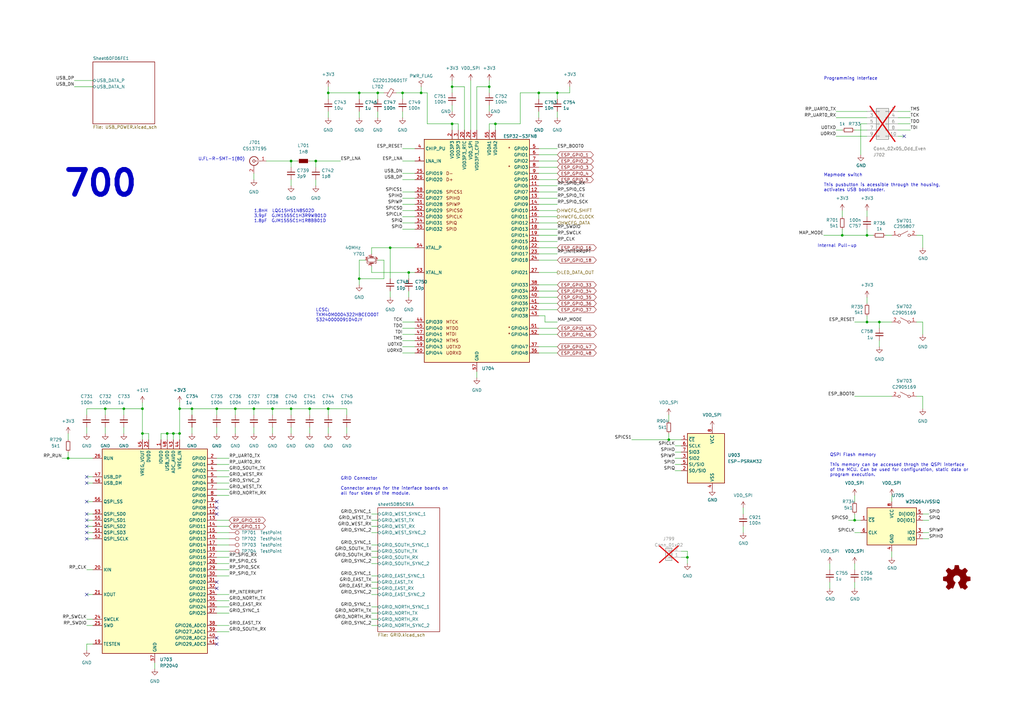
<source format=kicad_sch>
(kicad_sch (version 20231120) (generator "eeschema") (generator_version "8.0")
  (paper "A3")
  (junction (at 88.9 167.64))
  (junction (at 129.54 66.04))
  (junction (at 220.98 38.1))
  (junction (at 71.12 177.8))
  (junction (at 147.32 38.1))
  (junction (at 58.42 177.8))
  (junction (at 274.32 180.34))
  (junction (at 172.72 38.1))
  (junction (at 167.64 111.76))
  (junction (at 73.66 177.8))
  (junction (at 147.32 114.3))
  (junction (at 127 167.64))
  (junction (at 73.66 167.64))
  (junction (at 27.94 187.96))
  (junction (at 185.42 50.8))
  (junction (at 350.52 213.36))
  (junction (at 154.94 38.1))
  (junction (at 160.02 101.6))
  (junction (at 355.6 132.08))
  (junction (at 134.62 167.64))
  (junction (at 50.8 167.64))
  (junction (at 119.38 167.64))
  (junction (at 200.66 35.56))
  (junction (at 68.58 177.8))
  (junction (at 96.52 167.64))
  (junction (at 111.76 167.64))
  (junction (at 43.18 167.64))
  (junction (at 104.14 167.64))
  (junction (at 228.6 38.1))
  (junction (at 134.62 38.1))
  (junction (at 58.42 167.64))
  (junction (at 203.2 50.8))
  (junction (at 185.42 35.56))
  (junction (at 78.74 167.64))
  (junction (at 355.6 96.52))
  (junction (at 360.68 132.08))
  (junction (at 345.44 96.52))
  (junction (at 281.94 228.6))
  (junction (at 119.38 66.04))
  (junction (at 165.1 38.1))
  (no_connect (at 370.84 55.88))
  (no_connect (at 35.56 210.82))
  (no_connect (at 35.56 205.74))
  (no_connect (at 35.56 213.36))
  (no_connect (at 35.56 243.84))
  (no_connect (at 35.56 220.98))
  (no_connect (at 35.56 215.9))
  (no_connect (at 35.56 218.44))
  (no_connect (at 35.56 198.12))
  (no_connect (at 35.56 195.58))
  (no_connect (at 88.9 264.16))
  (no_connect (at 88.9 261.62))
  (no_connect (at 88.9 238.76))
  (no_connect (at 88.9 241.3))
  (no_connect (at 88.9 210.82))
  (no_connect (at 88.9 208.28))
  (no_connect (at 88.9 205.74))
  (wire (pts (xy 73.66 167.64) (xy 78.74 167.64)))
  (wire (pts (xy 355.6 121.92) (xy 355.6 124.46)))
  (wire (pts (xy 35.56 198.12) (xy 38.1 198.12)))
  (wire (pts (xy 88.9 218.44) (xy 93.98 218.44)))
  (wire (pts (xy 213.36 38.1) (xy 220.98 38.1)))
  (wire (pts (xy 119.38 175.26) (xy 119.38 177.8)))
  (wire (pts (xy 58.42 180.34) (xy 58.42 177.8)))
  (wire (pts (xy 27.94 187.96) (xy 38.1 187.96)))
  (wire (pts (xy 165.1 93.98) (xy 170.18 93.98)))
  (wire (pts (xy 203.2 50.8) (xy 203.2 53.34)))
  (wire (pts (xy 360.68 139.7) (xy 360.68 142.24)))
  (wire (pts (xy 167.64 111.76) (xy 167.64 114.3)))
  (wire (pts (xy 228.6 38.1) (xy 220.98 38.1)))
  (wire (pts (xy 73.66 180.34) (xy 73.66 177.8)))
  (wire (pts (xy 154.94 228.6) (xy 152.4 228.6)))
  (wire (pts (xy 127 175.26) (xy 127 177.8)))
  (wire (pts (xy 350.52 162.56) (xy 365.76 162.56)))
  (wire (pts (xy 58.42 177.8) (xy 58.42 167.64)))
  (wire (pts (xy 88.9 231.14) (xy 93.98 231.14)))
  (wire (pts (xy 355.6 93.98) (xy 355.6 96.52)))
  (wire (pts (xy 147.32 38.1) (xy 154.94 38.1)))
  (wire (pts (xy 104.14 175.26) (xy 104.14 177.8)))
  (wire (pts (xy 360.68 132.08) (xy 355.6 132.08)))
  (wire (pts (xy 165.1 137.16) (xy 170.18 137.16)))
  (wire (pts (xy 43.18 167.64) (xy 50.8 167.64)))
  (wire (pts (xy 63.5 271.78) (xy 63.5 274.32)))
  (wire (pts (xy 88.9 226.06) (xy 93.98 226.06)))
  (wire (pts (xy 345.44 53.34) (xy 342.9 53.34)))
  (wire (pts (xy 233.68 35.56) (xy 233.68 38.1)))
  (wire (pts (xy 96.52 170.18) (xy 96.52 167.64)))
  (wire (pts (xy 220.98 106.68) (xy 228.6 106.68)))
  (wire (pts (xy 154.94 218.44) (xy 152.4 218.44)))
  (wire (pts (xy 152.4 104.14) (xy 152.4 101.6)))
  (wire (pts (xy 88.9 220.98) (xy 93.98 220.98)))
  (wire (pts (xy 220.98 63.5) (xy 228.6 63.5)))
  (wire (pts (xy 134.62 45.72) (xy 134.62 48.26)))
  (wire (pts (xy 220.98 119.38) (xy 228.6 119.38)))
  (wire (pts (xy 154.94 106.68) (xy 157.48 106.68)))
  (wire (pts (xy 203.2 50.8) (xy 213.36 50.8)))
  (wire (pts (xy 165.1 86.36) (xy 170.18 86.36)))
  (wire (pts (xy 160.02 101.6) (xy 170.18 101.6)))
  (wire (pts (xy 35.56 195.58) (xy 38.1 195.58)))
  (wire (pts (xy 88.9 246.38) (xy 93.98 246.38)))
  (wire (pts (xy 152.4 111.76) (xy 167.64 111.76)))
  (wire (pts (xy 274.32 180.34) (xy 279.4 180.34)))
  (wire (pts (xy 279.4 228.6) (xy 281.94 228.6)))
  (wire (pts (xy 134.62 175.26) (xy 134.62 177.8)))
  (wire (pts (xy 353.06 50.8) (xy 353.06 63.5)))
  (wire (pts (xy 96.52 175.26) (xy 96.52 177.8)))
  (wire (pts (xy 88.9 248.92) (xy 93.98 248.92)))
  (wire (pts (xy 355.6 86.36) (xy 355.6 88.9)))
  (wire (pts (xy 365.76 203.2) (xy 365.76 205.74)))
  (wire (pts (xy 35.56 210.82) (xy 38.1 210.82)))
  (wire (pts (xy 165.1 38.1) (xy 172.72 38.1)))
  (wire (pts (xy 220.98 144.78) (xy 228.6 144.78)))
  (wire (pts (xy 350.52 203.2) (xy 350.52 205.74)))
  (wire (pts (xy 88.9 187.96) (xy 93.98 187.96)))
  (wire (pts (xy 378.46 162.56) (xy 375.92 162.56)))
  (wire (pts (xy 220.98 88.9) (xy 228.6 88.9)))
  (wire (pts (xy 35.56 220.98) (xy 38.1 220.98)))
  (wire (pts (xy 220.98 101.6) (xy 228.6 101.6)))
  (wire (pts (xy 378.46 218.44) (xy 381 218.44)))
  (wire (pts (xy 154.94 45.72) (xy 154.94 48.26)))
  (wire (pts (xy 35.56 213.36) (xy 38.1 213.36)))
  (wire (pts (xy 172.72 38.1) (xy 175.26 38.1)))
  (wire (pts (xy 88.9 259.08) (xy 93.98 259.08)))
  (wire (pts (xy 337.82 96.52) (xy 345.44 96.52)))
  (wire (pts (xy 35.56 233.68) (xy 38.1 233.68)))
  (wire (pts (xy 195.58 35.56) (xy 195.58 53.34)))
  (wire (pts (xy 104.14 170.18) (xy 104.14 167.64)))
  (wire (pts (xy 165.1 83.82) (xy 170.18 83.82)))
  (wire (pts (xy 147.32 106.68) (xy 149.86 106.68)))
  (wire (pts (xy 220.98 129.54) (xy 223.52 129.54)))
  (wire (pts (xy 88.9 223.52) (xy 93.98 223.52)))
  (wire (pts (xy 167.64 119.38) (xy 167.64 121.92)))
  (wire (pts (xy 68.58 177.8) (xy 71.12 177.8)))
  (wire (pts (xy 187.96 53.34) (xy 187.96 50.8)))
  (wire (pts (xy 304.8 218.44) (xy 304.8 215.9)))
  (wire (pts (xy 345.44 93.98) (xy 345.44 96.52)))
  (wire (pts (xy 350.52 231.14) (xy 350.52 233.68)))
  (wire (pts (xy 154.94 223.52) (xy 152.4 223.52)))
  (wire (pts (xy 172.72 35.56) (xy 172.72 38.1)))
  (wire (pts (xy 88.9 200.66) (xy 93.98 200.66)))
  (wire (pts (xy 378.46 96.52) (xy 378.46 101.6)))
  (wire (pts (xy 165.1 142.24) (xy 170.18 142.24)))
  (wire (pts (xy 88.9 213.36) (xy 93.98 213.36)))
  (wire (pts (xy 223.52 132.08) (xy 228.6 132.08)))
  (wire (pts (xy 111.76 167.64) (xy 119.38 167.64)))
  (wire (pts (xy 152.4 101.6) (xy 160.02 101.6)))
  (wire (pts (xy 35.56 175.26) (xy 35.56 177.8)))
  (wire (pts (xy 165.1 91.44) (xy 170.18 91.44)))
  (wire (pts (xy 154.94 241.3) (xy 152.4 241.3)))
  (wire (pts (xy 58.42 165.1) (xy 58.42 167.64)))
  (wire (pts (xy 228.6 60.96) (xy 220.98 60.96)))
  (wire (pts (xy 147.32 114.3) (xy 147.32 116.84)))
  (wire (pts (xy 134.62 167.64) (xy 142.24 167.64)))
  (wire (pts (xy 220.98 83.82) (xy 228.6 83.82)))
  (wire (pts (xy 109.22 66.04) (xy 119.38 66.04)))
  (wire (pts (xy 165.1 144.78) (xy 170.18 144.78)))
  (wire (pts (xy 88.9 198.12) (xy 93.98 198.12)))
  (wire (pts (xy 279.4 185.42) (xy 276.86 185.42)))
  (wire (pts (xy 350.52 213.36) (xy 347.98 213.36)))
  (wire (pts (xy 88.9 228.6) (xy 93.98 228.6)))
  (wire (pts (xy 35.56 256.54) (xy 38.1 256.54)))
  (wire (pts (xy 375.92 96.52) (xy 378.46 96.52)))
  (wire (pts (xy 350.52 132.08) (xy 355.6 132.08)))
  (wire (pts (xy 213.36 38.1) (xy 213.36 50.8)))
  (wire (pts (xy 88.9 170.18) (xy 88.9 167.64)))
  (wire (pts (xy 378.46 210.82) (xy 381 210.82)))
  (wire (pts (xy 281.94 226.06) (xy 279.4 226.06)))
  (wire (pts (xy 73.66 177.8) (xy 73.66 167.64)))
  (wire (pts (xy 165.1 81.28) (xy 170.18 81.28)))
  (wire (pts (xy 154.94 213.36) (xy 152.4 213.36)))
  (wire (pts (xy 355.6 129.54) (xy 355.6 132.08)))
  (wire (pts (xy 228.6 45.72) (xy 228.6 48.26)))
  (wire (pts (xy 353.06 218.44) (xy 350.52 218.44)))
  (wire (pts (xy 165.1 45.72) (xy 165.1 48.26)))
  (wire (pts (xy 190.5 35.56) (xy 190.5 53.34)))
  (wire (pts (xy 368.3 45.72) (xy 373.38 45.72)))
  (wire (pts (xy 185.42 35.56) (xy 185.42 38.1)))
  (wire (pts (xy 279.4 187.96) (xy 276.86 187.96)))
  (wire (pts (xy 88.9 251.46) (xy 93.98 251.46)))
  (wire (pts (xy 370.84 55.88) (xy 368.3 55.88)))
  (wire (pts (xy 35.56 254) (xy 38.1 254)))
  (wire (pts (xy 165.1 60.96) (xy 170.18 60.96)))
  (wire (pts (xy 142.24 175.26) (xy 142.24 177.8)))
  (wire (pts (xy 43.18 170.18) (xy 43.18 167.64)))
  (wire (pts (xy 88.9 203.2) (xy 93.98 203.2)))
  (wire (pts (xy 129.54 66.04) (xy 127 66.04)))
  (wire (pts (xy 200.66 50.8) (xy 203.2 50.8)))
  (wire (pts (xy 111.76 175.26) (xy 111.76 177.8)))
  (wire (pts (xy 200.66 50.8) (xy 200.66 53.34)))
  (wire (pts (xy 119.38 66.04) (xy 121.92 66.04)))
  (wire (pts (xy 154.94 226.06) (xy 152.4 226.06)))
  (wire (pts (xy 160.02 119.38) (xy 160.02 121.92)))
  (wire (pts (xy 88.9 243.84) (xy 93.98 243.84)))
  (wire (pts (xy 88.9 256.54) (xy 93.98 256.54)))
  (wire (pts (xy 355.6 53.34) (xy 350.52 53.34)))
  (wire (pts (xy 154.94 238.76) (xy 152.4 238.76)))
  (wire (pts (xy 165.1 134.62) (xy 170.18 134.62)))
  (wire (pts (xy 154.94 231.14) (xy 152.4 231.14)))
  (wire (pts (xy 378.46 167.64) (xy 378.46 162.56)))
  (wire (pts (xy 88.9 175.26) (xy 88.9 177.8)))
  (wire (pts (xy 147.32 38.1) (xy 147.32 40.64)))
  (wire (pts (xy 281.94 228.6) (xy 281.94 226.06)))
  (wire (pts (xy 185.42 43.18) (xy 185.42 45.72)))
  (wire (pts (xy 119.38 170.18) (xy 119.38 167.64)))
  (wire (pts (xy 104.14 71.12) (xy 104.14 73.66)))
  (wire (pts (xy 68.58 177.8) (xy 68.58 180.34)))
  (wire (pts (xy 35.56 170.18) (xy 35.56 167.64)))
  (wire (pts (xy 154.94 40.64) (xy 154.94 38.1)))
  (wire (pts (xy 185.42 50.8) (xy 175.26 50.8)))
  (wire (pts (xy 368.3 50.8) (xy 373.38 50.8)))
  (wire (pts (xy 279.4 182.88) (xy 276.86 182.88)))
  (wire (pts (xy 220.98 137.16) (xy 228.6 137.16)))
  (wire (pts (xy 165.1 139.7) (xy 170.18 139.7)))
  (wire (pts (xy 154.94 243.84) (xy 152.4 243.84)))
  (wire (pts (xy 274.32 170.18) (xy 274.32 172.72)))
  (wire (pts (xy 71.12 177.8) (xy 71.12 180.34)))
  (wire (pts (xy 342.9 48.26) (xy 355.6 48.26)))
  (wire (pts (xy 88.9 233.68) (xy 93.98 233.68)))
  (wire (pts (xy 378.46 132.08) (xy 375.92 132.08)))
  (wire (pts (xy 154.94 236.22) (xy 152.4 236.22)))
  (wire (pts (xy 233.68 38.1) (xy 228.6 38.1)))
  (wire (pts (xy 35.56 167.64) (xy 43.18 167.64)))
  (wire (pts (xy 88.9 190.5) (xy 93.98 190.5)))
  (wire (pts (xy 342.9 45.72) (xy 355.6 45.72)))
  (wire (pts (xy 340.36 241.3) (xy 340.36 238.76)))
  (wire (pts (xy 60.96 180.34) (xy 60.96 177.8)))
  (wire (pts (xy 281.94 231.14) (xy 281.94 228.6)))
  (wire (pts (xy 96.52 167.64) (xy 104.14 167.64)))
  (wire (pts (xy 104.14 167.64) (xy 111.76 167.64)))
  (wire (pts (xy 27.94 185.42) (xy 27.94 187.96)))
  (wire (pts (xy 190.5 35.56) (xy 185.42 35.56)))
  (wire (pts (xy 220.98 38.1) (xy 220.98 40.64)))
  (wire (pts (xy 340.36 231.14) (xy 340.36 233.68)))
  (wire (pts (xy 35.56 215.9) (xy 38.1 215.9)))
  (wire (pts (xy 43.18 175.26) (xy 43.18 177.8)))
  (wire (pts (xy 165.1 88.9) (xy 170.18 88.9)))
  (wire (pts (xy 35.56 264.16) (xy 35.56 266.7)))
  (wire (pts (xy 127 167.64) (xy 134.62 167.64)))
  (wire (pts (xy 200.66 35.56) (xy 200.66 38.1)))
  (wire (pts (xy 154.94 256.54) (xy 152.4 256.54)))
  (wire (pts (xy 170.18 71.12) (xy 165.1 71.12)))
  (wire (pts (xy 152.4 210.82) (xy 154.94 210.82)))
  (wire (pts (xy 220.98 127) (xy 228.6 127)))
  (wire (pts (xy 152.4 111.76) (xy 152.4 109.22)))
  (wire (pts (xy 220.98 78.74) (xy 228.6 78.74)))
  (wire (pts (xy 147.32 45.72) (xy 147.32 48.26)))
  (wire (pts (xy 365.76 228.6) (xy 365.76 226.06)))
  (wire (pts (xy 220.98 93.98) (xy 228.6 93.98)))
  (wire (pts (xy 185.42 33.02) (xy 185.42 35.56)))
  (wire (pts (xy 134.62 170.18) (xy 134.62 167.64)))
  (wire (pts (xy 345.44 96.52) (xy 355.6 96.52)))
  (wire (pts (xy 154.94 248.92) (xy 152.4 248.92)))
  (wire (pts (xy 154.94 251.46) (xy 152.4 251.46)))
  (wire (pts (xy 279.4 190.5) (xy 276.86 190.5)))
  (wire (pts (xy 50.8 167.64) (xy 58.42 167.64)))
  (wire (pts (xy 142.24 170.18) (xy 142.24 167.64)))
  (wire (pts (xy 220.98 71.12) (xy 228.6 71.12)))
  (wire (pts (xy 88.9 167.64) (xy 96.52 167.64)))
  (wire (pts (xy 378.46 213.36) (xy 381 213.36)))
  (wire (pts (xy 88.9 236.22) (xy 93.98 236.22)))
  (wire (pts (xy 165.1 78.74) (xy 170.18 78.74)))
  (wire (pts (xy 175.26 38.1) (xy 175.26 50.8)))
  (wire (pts (xy 35.56 243.84) (xy 38.1 243.84)))
  (wire (pts (xy 195.58 35.56) (xy 200.66 35.56)))
  (wire (pts (xy 88.9 193.04) (xy 93.98 193.04)))
  (wire (pts (xy 193.04 33.02) (xy 193.04 53.34)))
  (wire (pts (xy 220.98 134.62) (xy 228.6 134.62)))
  (wire (pts (xy 378.46 220.98) (xy 381 220.98)))
  (wire (pts (xy 129.54 66.04) (xy 139.7 66.04)))
  (wire (pts (xy 220.98 81.28) (xy 228.6 81.28)))
  (wire (pts (xy 353.06 50.8) (xy 355.6 50.8)))
  (wire (pts (xy 25.4 187.96) (xy 27.94 187.96)))
  (wire (pts (xy 119.38 66.04) (xy 119.38 68.58)))
  (wire (pts (xy 228.6 38.1) (xy 228.6 40.64)))
  (wire (pts (xy 373.38 48.26) (xy 368.3 48.26)))
  (wire (pts (xy 50.8 167.64) (xy 50.8 170.18)))
  (wire (pts (xy 170.18 73.66) (xy 165.1 73.66)))
  (wire (pts (xy 157.48 114.3) (xy 147.32 114.3)))
  (wire (pts (xy 147.32 114.3) (xy 147.32 106.68)))
  (wire (pts (xy 129.54 68.58) (xy 129.54 66.04)))
  (wire (pts (xy 35.56 205.74) (xy 38.1 205.74)))
  (wire (pts (xy 160.02 101.6) (xy 160.02 114.3)))
  (wire (pts (xy 220.98 86.36) (xy 228.6 86.36)))
  (wire (pts (xy 373.38 53.34) (xy 368.3 53.34)))
  (wire (pts (xy 78.74 175.26) (xy 78.74 177.8)))
  (wire (pts (xy 220.98 116.84) (xy 228.6 116.84)))
  (wire (pts (xy 71.12 177.8) (xy 73.66 177.8)))
  (wire (pts (xy 220.98 68.58) (xy 228.6 68.58)))
  (wire (pts (xy 345.44 86.36) (xy 345.44 88.9)))
  (wire (pts (xy 134.62 35.56) (xy 134.62 38.1)))
  (wire (pts (xy 350.52 241.3) (xy 350.52 238.76)))
  (wire (pts (xy 200.66 33.02) (xy 200.66 35.56)))
  (wire (pts (xy 220.98 96.52) (xy 228.6 96.52)))
  (wire (pts (xy 195.58 152.4) (xy 195.58 154.94)))
  (wire (pts (xy 365.76 132.08) (xy 360.68 132.08)))
  (wire (pts (xy 38.1 33.02) (xy 30.48 33.02)))
  (wire (pts (xy 220.98 111.76) (xy 228.6 111.76)))
  (wire (pts (xy 78.74 167.64) (xy 88.9 167.64)))
  (wire (pts (xy 127 170.18) (xy 127 167.64)))
  (wire (pts (xy 119.38 73.66) (xy 119.38 76.2)))
  (wire (pts (xy 165.1 66.04) (xy 170.18 66.04)))
  (wire (pts (xy 220.98 142.24) (xy 228.6 142.24)))
  (wire (pts (xy 355.6 96.52) (xy 358.14 96.52)))
  (wire (pts (xy 304.8 208.28) (xy 304.8 210.82)))
  (wire (pts (xy 88.9 195.58) (xy 93.98 195.58)))
  (wire (pts (xy 60.96 177.8) (xy 58.42 177.8)))
  (wire (pts (xy 50.8 175.26) (xy 50.8 177.8)))
  (wire (pts (xy 187.96 50.8) (xy 185.42 50.8)))
  (wire (pts (xy 154.94 38.1) (xy 157.48 38.1)))
  (wire (pts (xy 165.1 38.1) (xy 165.1 40.64)))
  (wire (pts (xy 78.74 167.64) (xy 78.74 170.18)))
  (wire (pts (xy 279.4 193.04) (xy 276.86 193.04)))
  (wire (pts (xy 157.48 106.68) (xy 157.48 114.3)))
  (wire (pts (xy 220.98 73.66) (xy 228.6 73.66)))
  (wire (pts (xy 220.98 99.06) (xy 228.6 99.06)))
  (wire (pts (xy 27.94 177.8) (xy 27.94 180.34)))
  (wire (pts (xy 167.64 111.76) (xy 170.18 111.76)))
  (wire (pts (xy 111.76 170.18) (xy 111.76 167.64)))
  (wire (pts (xy 220.98 45.72) (xy 220.98 48.26)))
  (wire (pts (xy 220.98 124.46) (xy 228.6 124.46)))
  (wire (pts (xy 66.04 180.34) (xy 66.04 177.8)))
  (wire (pts (xy 129.54 73.66) (xy 129.54 76.2)))
  (wire (pts (xy 152.4 215.9) (xy 154.94 215.9)))
  (wire (pts (xy 259.08 180.34) (xy 274.32 180.34)))
  (wire (pts (xy 35.56 218.44) (xy 38.1 218.44)))
  (wire (pts (xy 119.38 167.64) (xy 127 167.64)))
  (wire (pts (xy 30.48 35.56) (xy 38.1 35.56)))
  (wire (pts (xy 220.98 66.04) (xy 228.6 66.04)))
  (wire (pts (xy 220.98 91.44) (xy 228.6 91.44)))
  (wire (pts (xy 220.98 121.92) (xy 228.6 121.92)))
  (wire (pts (xy 353.06 213.36) (xy 350.52 213.36)))
  (wire (pts (xy 88.9 215.9) (xy 93.98 215.9)))
  (wire (pts (xy 154.94 254) (xy 152.4 254)))
  (wire (pts (xy 378.46 137.16) (xy 378.46 132.08)))
  (wire (pts (xy 73.66 165.1) (xy 73.66 167.64)))
  (wire (pts (xy 342.9 55.88) (xy 355.6 55.88)))
  (wire (pts (xy 162.56 38.1) (xy 165.1 38.1)))
  (wire (pts (xy 274.32 177.8) (xy 274.32 180.34)))
  (wire (pts (xy 200.66 43.18) (xy 200.66 45.72)))
  (wire (pts (xy 134.62 38.1) (xy 134.62 40.64)))
  (wire (pts (xy 185.42 50.8) (xy 185.42 53.34)))
  (wire (pts (xy 360.68 132.08) (xy 360.68 134.62)))
  (wire (pts (xy 350.52 210.82) (xy 350.52 213.36)))
  (wire (pts (xy 66.04 177.8) (xy 68.58 177.8)))
  (wire (pts (xy 35.56 264.16) (xy 38.1 264.16)))
  (wire (pts (xy 363.22 96.52) (xy 365.76 96.52)))
  (wire (pts (xy 165.1 132.08) (xy 170.18 132.08)))
  (wire (pts (xy 220.98 76.2) (xy 228.6 76.2)))
  (wire (pts (xy 220.98 104.14) (xy 228.6 104.14)))
  (wire (pts (xy 134.62 38.1) (xy 147.32 38.1)))
  (wire (pts (xy 223.52 129.54) (xy 223.52 132.08)))
  (text "Mapmode switch\n\nThis pusbutton is acessible through the housing, \nactivates USB bootloader." (at 337.82 78.74 0) (effects (font (size 1.27 1.27)) (justify left bottom)))
  (text "700" (at 25.4 81.28 0) (effects (font (size 10.16 10.16) (thickness 2.032) (bold yes)) (justify left bottom)))
  (text "LCSC:\nTXM40M0004322HBCEO00T\nS3240000091040JY" (at 129.54 132.08 0) (effects (font (size 1.27 1.27)) (justify left bottom)))
  (text "1.8nH  LQG15HS1N8S02D\n3.9pF  GJM1555C1H3R9WB01D\n1.8pF  GJM1555C1H1R8BB01D" (at 104.14 91.44 0) (effects (font (size 1.27 1.27)) (justify left bottom)))
  (text "QSPI Flash memory\n\nThis memory can be accessed throgh the QSPI interface\nof the MCU. Can be used for configuration, static data or\nprogram execution." (at 340.36 195.58 0) (effects (font (size 1.27 1.27)) (justify left bottom)))
  (text "Internal Pull-up" (at 335.28 101.6 0) (effects (font (size 1.27 1.27)) (justify left bottom)))
  (text "GRID Connector\n\nConnector arrays for the interface boards on \nall four sides of the module." (at 139.7 203.2 0) (effects (font (size 1.27 1.27)) (justify left bottom)))
  (text "U.FL-R-SMT-1(80) " (at 81.28 66.04 0) (effects (font (size 1.27 1.27)) (justify left bottom)))
  (text "Programming Interface\n" (at 337.82 33.02 0) (effects (font (size 1.27 1.27)) (justify left bottom)))
  (label "RP_SPI0_CS" (at 93.98 231.14 0))
  (label "GRID_SYNC_1" (at 152.4 223.52 180))
  (label "GRID_EAST_TX" (at 93.98 256.54 0))
  (label "RP_SPI0_RX" (at 93.98 228.6 0))
  (label "GRID_SOUTH_TX" (at 152.4 226.06 180))
  (label "SPICS0" (at 165.1 86.36 180))
  (label "GRID_SYNC_2" (at 152.4 218.44 180))
  (label "GRID_NORTH_TX" (at 93.98 246.38 0))
  (label "GRID_NORTH_TX" (at 152.4 251.46 180))
  (label "GRID_SYNC_2" (at 152.4 256.54 180))
  (label "MAP_MODE" (at 337.82 96.52 180))
  (label "U0TXD" (at 165.1 142.24 180))
  (label "SPICS0" (at 347.98 213.36 180))
  (label "TMS" (at 165.1 139.7 180))
  (label "TCK" (at 165.1 132.08 180))
  (label "GRID_NORTH_RX" (at 93.98 203.2 0))
  (label "RP_SWCLK" (at 35.56 254 180))
  (label "RP_SPI0_RX" (at 228.6 76.2 0))
  (label "GRID_SYNC_1" (at 152.4 210.82 180))
  (label "SPIQ" (at 165.1 91.44 180))
  (label "RP_SPI0_TX" (at 93.98 236.22 0))
  (label "GRID_SYNC_1" (at 152.4 236.22 180))
  (label "U0RXD" (at 165.1 144.78 180))
  (label "TDO" (at 165.1 134.62 180))
  (label "U0RXD" (at 342.9 55.88 180))
  (label "GRID_SOUTH_RX" (at 93.98 259.08 0))
  (label "GRID_SYNC_2" (at 152.4 243.84 180))
  (label "SPIQ" (at 381 213.36 0))
  (label "RP_SPI0_TX" (at 228.6 81.28 0))
  (label "GRID_WEST_RX" (at 152.4 215.9 180))
  (label "GRID_WEST_RX" (at 93.98 195.58 0))
  (label "RP_SWDIO" (at 228.6 93.98 0))
  (label "RP_SWDIO" (at 35.56 256.54 180))
  (label "RP_CLK" (at 35.56 233.68 180))
  (label "RP_SWCLK" (at 228.6 96.52 0))
  (label "RP_SPI0_SCK" (at 93.98 233.68 0))
  (label "RP_UART0_TX" (at 93.98 187.96 0))
  (label "SPID" (at 165.1 93.98 180))
  (label "U0TXD" (at 342.9 53.34 180))
  (label "SPID" (at 381 210.82 0))
  (label "ESP_BOOT0" (at 228.6 60.96 0))
  (label "TDO" (at 373.38 50.8 0))
  (label "TDI" (at 165.1 137.16 180))
  (label "GRID_WEST_TX" (at 93.98 200.66 0))
  (label "RP_INTERRUPT" (at 228.6 104.14 0))
  (label "RP_SPI0_SCK" (at 228.6 83.82 0))
  (label "SPICLK" (at 276.86 182.88 180))
  (label "GRID_EAST_RX" (at 93.98 248.92 0))
  (label "USB_DN" (at 165.1 71.12 180))
  (label "USB_DN" (at 30.48 35.56 180))
  (label "SPIHD" (at 276.86 185.42 180))
  (label "SPIHD" (at 165.1 81.28 180))
  (label "ESP_RESET" (at 165.1 60.96 180))
  (label "TMS" (at 373.38 45.72 0))
  (label "SPIHD" (at 381 220.98 0))
  (label "ESP_LNA" (at 139.7 66.04 0))
  (label "ESP_BOOT0" (at 350.52 162.56 180))
  (label "SPIQ" (at 276.86 193.04 180))
  (label "RP_UART0_TX" (at 342.9 45.72 180))
  (label "RP_INTERRUPT" (at 93.98 243.84 0))
  (label "GRID_EAST_RX" (at 152.4 241.3 180))
  (label "USB_DP" (at 165.1 73.66 180))
  (label "SPID" (at 276.86 190.5 180))
  (label "GRID_SOUTH_TX" (at 93.98 193.04 0))
  (label "GRID_EAST_TX" (at 152.4 238.76 180))
  (label "SPICLK" (at 350.52 218.44 180))
  (label "RP_SPI0_CS" (at 228.6 78.74 0))
  (label "RP_UART0_RX" (at 342.9 48.26 180))
  (label "TCK" (at 373.38 48.26 0))
  (label "RP_RUN" (at 25.4 187.96 180))
  (label "RP_CLK" (at 228.6 99.06 0))
  (label "TDI" (at 373.38 53.34 0))
  (label "GRID_SYNC_1" (at 93.98 251.46 0))
  (label "ESP_RESET" (at 350.52 132.08 180))
  (label "GRID_SOUTH_RX" (at 152.4 228.6 180))
  (label "SPIWP" (at 165.1 83.82 180))
  (label "SPIWP" (at 276.86 187.96 180))
  (label "MAP_MODE" (at 228.6 132.08 0))
  (label "USB_DP" (at 30.48 33.02 180))
  (label "SPICS1" (at 259.08 180.34 180))
  (label "SPICLK" (at 165.1 88.9 180))
  (label "ESP_LNA" (at 165.1 66.04 180))
  (label "GRID_SYNC_1" (at 152.4 248.92 180))
  (label "SPICS1" (at 165.1 78.74 180))
  (label "RP_UART0_RX" (at 93.98 190.5 0))
  (label "SPIWP" (at 381 218.44 0))
  (label "GRID_NORTH_RX" (at 152.4 254 180))
  (label "GRID_SYNC_2" (at 93.98 198.12 0))
  (label "GRID_SYNC_2" (at 152.4 231.14 180))
  (label "GRID_WEST_TX" (at 152.4 213.36 180))
  (global_label "ESP_GPIO_33" (shape bidirectional) (at 228.6 116.84 0) (property "Intersheetrefs" "${INTERSHEET_REFS}" (effects (hide yes))))
  (global_label "ESP_GPIO_16" (shape bidirectional) (at 228.6 101.6 0) (property "Intersheetrefs" "${INTERSHEET_REFS}" (effects (hide yes))))
  (global_label "ESP_GPIO_48" (shape bidirectional) (at 228.6 144.78 0) (property "Intersheetrefs" "${INTERSHEET_REFS}" (effects (hide yes))))
  (global_label "ESP_GPIO_2" (shape bidirectional) (at 228.6 66.04 0) (property "Intersheetrefs" "${INTERSHEET_REFS}" (effects (hide yes))))
  (global_label "ESP_GPIO_4" (shape bidirectional) (at 228.6 71.12 0) (property "Intersheetrefs" "${INTERSHEET_REFS}" (effects (hide yes))))
  (global_label "ESP_GPIO_1" (shape bidirectional) (at 228.6 63.5 0) (property "Intersheetrefs" "${INTERSHEET_REFS}" (effects (hide yes))))
  (global_label "ESP_GPIO_45" (shape bidirectional) (at 228.6 134.62 0) (property "Intersheetrefs" "${INTERSHEET_REFS}" (effects (hide yes))))
  (global_label "ESP_GPIO_36" (shape bidirectional) (at 228.6 124.46 0) (property "Intersheetrefs" "${INTERSHEET_REFS}" (effects (hide yes))))
  (global_label "ESP_GPIO_18" (shape bidirectional) (at 228.6 106.68 0) (property "Intersheetrefs" "${INTERSHEET_REFS}" (effects (hide yes))))
  (global_label "ESP_GPIO_5" (shape bidirectional) (at 228.6 73.66 0) (property "Intersheetrefs" "${INTERSHEET_REFS}" (effects (hide yes))))
  (global_label "RP_GPIO_10" (shape bidirectional) (at 93.98 213.36 0) (property "Intersheetrefs" "${INTERSHEET_REFS}" (effects (hide yes))))
  (global_label "ESP_GPIO_46" (shape bidirectional) (at 228.6 137.16 0) (property "Intersheetrefs" "${INTERSHEET_REFS}" (effects (hide yes))))
  (global_label "ESP_GPIO_35" (shape bidirectional) (at 228.6 121.92 0) (property "Intersheetrefs" "${INTERSHEET_REFS}" (effects (hide yes))))
  (global_label "ESP_GPIO_34" (shape bidirectional) (at 228.6 119.38 0) (property "Intersheetrefs" "${INTERSHEET_REFS}" (effects (hide yes))))
  (global_label "RP_GPIO_11" (shape bidirectional) (at 93.98 215.9 0) (property "Intersheetrefs" "${INTERSHEET_REFS}" (effects (hide yes))))
  (global_label "ESP_GPIO_3" (shape bidirectional) (at 228.6 68.58 0) (property "Intersheetrefs" "${INTERSHEET_REFS}" (effects (hide yes))))
  (global_label "ESP_GPIO_47" (shape bidirectional) (at 228.6 142.24 0) (property "Intersheetrefs" "${INTERSHEET_REFS}" (effects (hide yes))))
  (global_label "ESP_GPIO_37" (shape bidirectional) (at 228.6 127 0) (property "Intersheetrefs" "${INTERSHEET_REFS}" (effects (hide yes))))
  (hierarchical_label "HWCFG_CLOCK" (shape output) (at 228.6 88.9 0))
  (hierarchical_label "HWCFG_DATA" (shape input) (at 228.6 91.44 0))
  (hierarchical_label "HWCFG_SHIFT" (shape output) (at 228.6 86.36 0))
  (hierarchical_label "LED_DATA_OUT" (shape output) (at 228.6 111.76 0))
  (symbol (lib_id "suku_basics:U_FLASH_W25Q16JVSSIQ") (at 365.76 215.9 0) (unit 1)
    (property "Reference" "U705" (at 368.3 203.2 0))
    (property "Value" "W25Q64JVSSIQ" (at 378.46 205.74 0))
    (property "Footprint" "suku_basics:SOIC-8W_FLASH" (effects (hide yes)))
    (property "Datasheet" "http://www.winbond.com/resource-files/w25q32jv%20revg%2003272018%20plus.pdf" (effects (hide yes)))
  )
  (symbol (lib_id "suku_basics:CAP") (at 350.52 236.22 0) (unit 1)
    (property "Reference" "C756" (at 352.8568 235.0516 0) (effects (justify left)))
    (property "Value" "100n" (at 352.8568 237.363 0) (effects (justify left)))
    (property "Footprint" "suku_basics:CAP_0402" (effects (hide yes)))
  )
  (symbol (lib_id "power:GND") (at 365.76 228.6 0) (unit 1)
    (property "Reference" "#PWR0843" (effects (hide yes)))
    (property "Value" "GND" (at 365.887 232.9942 0))
  )
  (symbol (lib_id "power:GND") (at 350.52 241.3 0) (unit 1)
    (property "Reference" "#PWR0838" (effects (hide yes)))
    (property "Value" "GND" (at 350.647 245.6942 0))
  )
  (symbol (lib_id "Switch:SW_SPST") (at 370.84 96.52 0) (unit 1)
    (property "Reference" "SW701" (at 370.84 90.551 0))
    (property "Value" "C255807" (at 370.84 92.8624 0))
    (property "Footprint" "suku_basics:SW_HYP_MAPMODE" (effects (hide yes)))
  )
  (symbol (lib_id "suku_basics:RES") (at 360.68 96.52 270) (unit 1)
    (property "Reference" "R736" (at 360.68 91.5416 90))
    (property "Value" "1k" (at 360.68 93.853 90))
    (property "Footprint" "suku_basics:RES_0402" (effects (hide yes)))
  )
  (symbol (lib_id "power:GND") (at 378.46 101.6 0) (unit 1)
    (property "Reference" "#PWR0844" (effects (hide yes)))
    (property "Value" "GND" (at 378.587 105.9942 0))
  )
  (symbol (lib_id "suku_basics:CAP") (at 355.6 91.44 180) (unit 1)
    (property "Reference" "C757" (at 353.2632 92.6084 0) (effects (justify left)))
    (property "Value" "100n" (at 353.2632 90.297 0) (effects (justify left)))
    (property "Footprint" "suku_basics:CAP_0402" (effects (hide yes)))
  )
  (symbol (lib_id "Connector:TestPoint") (at 93.98 226.06 270) (unit 1)
    (property "Reference" "TP704" (at 99.06 226.06 90) (effects (justify left)))
    (property "Value" "TestPoint" (at 106.68 226.06 90) (effects (justify left)))
    (property "Footprint" "TestPoint:TestPoint_Pad_D1.0mm" (effects (hide yes)))
  )
  (symbol (lib_id "suku_basics:CAP") (at 142.24 172.72 0) (unit 1)
    (property "Reference" "C745" (at 139.7 162.56 0) (effects (justify left)))
    (property "Value" "100n" (at 139.7 165.1 0) (effects (justify left)))
    (property "Footprint" "suku_basics:CAP_0402" (effects (hide yes)))
  )
  (symbol (lib_id "suku_basics:CAP") (at 200.66 40.64 0) (unit 1)
    (property "Reference" "C752" (at 202.9968 39.4716 0) (effects (justify left)))
    (property "Value" "100n" (at 202.9968 41.783 0) (effects (justify left)))
    (property "Footprint" "suku_basics:CAP_0402" (effects (hide yes)))
  )
  (symbol (lib_id "power:GND") (at 63.5 274.32 0) (unit 1)
    (property "Reference" "#PWR0799" (effects (hide yes)))
    (property "Value" "GND" (at 63.5 279.4 0))
  )
  (symbol (lib_id "power:GND") (at 43.18 177.8 0) (unit 1)
    (property "Reference" "#PWR0796" (effects (hide yes)))
    (property "Value" "GND" (at 43.18 182.88 0))
  )
  (symbol (lib_id "power:+3V3") (at 355.6 121.92 0) (unit 1)
    (property "Reference" "#PWR0835" (effects (hide yes)))
    (property "Value" "+3V3" (at 355.6 116.84 0))
  )
  (symbol (lib_id "suku_basics:VDD_SPI") (at 365.76 203.2 0) (unit 1)
    (property "Reference" "#PWR0842" (effects (hide yes)))
    (property "Value" "VDD_SPI" (at 365.76 198.12 0))
  )
  (symbol (lib_id "suku_basics:CAP") (at 111.76 172.72 0) (unit 1)
    (property "Reference" "C738" (at 109.22 162.56 0) (effects (justify left)))
    (property "Value" "100n" (at 109.22 165.1 0) (effects (justify left)))
    (property "Footprint" "suku_basics:CAP_0402" (effects (hide yes)))
  )
  (symbol (lib_id "suku_basics:VDD_SPI") (at 274.32 170.18 0) (unit 1)
    (property "Reference" "#PWR0983" (effects (hide yes)))
    (property "Value" "VDD_SPI" (at 274.32 165.1 0))
  )
  (symbol (lib_id "suku_basics:RP2040") (at 63.5 226.06 0) (unit 1)
    (property "Reference" "U703" (at 65.5194 270.51 0) (effects (justify left)))
    (property "Value" "RP2040" (at 65.5194 273.05 0) (effects (justify left)))
    (property "Footprint" "suku_basics:RP2040_QFN-56-1EP_7x7mm_P0.4mm_EP3.2x3.2mm" (effects (hide yes)))
    (property "Datasheet" "https://datasheets.raspberrypi.com/rp2040/rp2040-datasheet.pdf" (effects (hide yes)))
  )
  (symbol (lib_id "power:GND") (at 292.1 200.66 0) (unit 1)
    (property "Reference" "#PWR0981" (effects (hide yes)))
    (property "Value" "GND" (at 292.227 205.0542 0))
  )
  (symbol (lib_id "power:GND") (at 195.58 154.94 0) (unit 1)
    (property "Reference" "#PWR0825" (effects (hide yes)))
    (property "Value" "GND" (at 195.58 160.02 0))
  )
  (symbol (lib_id "Connector:TestPoint") (at 93.98 223.52 270) (unit 1)
    (property "Reference" "TP703" (at 99.06 223.52 90) (effects (justify left)))
    (property "Value" "TestPoint" (at 106.68 223.52 90) (effects (justify left)))
    (property "Footprint" "TestPoint:TestPoint_Pad_D1.0mm" (effects (hide yes)))
  )
  (symbol (lib_id "suku_basics:CAP") (at 165.1 43.18 0) (unit 1)
    (property "Reference" "C749" (at 167.4368 42.0116 0) (effects (justify left)))
    (property "Value" "100n" (at 167.4368 44.323 0) (effects (justify left)))
    (property "Footprint" "suku_basics:CAP_0402" (effects (hide yes)))
  )
  (symbol (lib_id "power:GND") (at 35.56 266.7 0) (unit 1)
    (property "Reference" "#PWR0795" (effects (hide yes)))
    (property "Value" "GND" (at 35.56 271.78 0))
  )
  (symbol (lib_id "Switch:SW_SPST") (at 370.84 132.08 0) (mirror y) (unit 1)
    (property "Reference" "SW702" (at 370.84 125.73 0))
    (property "Value" "C2905169" (at 370.84 128.27 0))
    (property "Footprint" "Button_Switch_SMD:SW_SPST_CK_RS282G05A3" (effects (hide yes)))
  )
  (symbol (lib_id "suku_basics:CAP") (at 78.74 172.72 0) (unit 1)
    (property "Reference" "C734" (at 76.2 162.56 0) (effects (justify left)))
    (property "Value" "1u" (at 76.2 165.1 0) (effects (justify left)))
    (property "Footprint" "suku_basics:CAP_0402" (effects (hide yes)))
  )
  (symbol (lib_id "power:GND") (at 340.36 241.3 0) (unit 1)
    (property "Reference" "#PWR0834" (effects (hide yes)))
    (property "Value" "GND" (at 340.487 245.6942 0))
  )
  (symbol (lib_id "suku_basics:CAP") (at 35.56 172.72 0) (unit 1)
    (property "Reference" "C731" (at 33.02 162.56 0) (effects (justify left)))
    (property "Value" "100n" (at 33.02 165.1 0) (effects (justify left)))
    (property "Footprint" "suku_basics:CAP_0402" (effects (hide yes)))
  )
  (symbol (lib_id "suku_basics:VDD_SPI") (at 292.1 175.26 0) (unit 1)
    (property "Reference" "#PWR0982" (effects (hide yes)))
    (property "Value" "VDD_SPI" (at 292.1 170.18 0))
  )
  (symbol (lib_id "suku_basics:RES") (at 274.32 175.26 0) (unit 1)
    (property "Reference" "R904" (at 271.78 172.72 0))
    (property "Value" "5k1" (at 271.78 175.26 0))
    (property "Footprint" "suku_basics:RES_0402" (effects (hide yes)))
  )
  (symbol (lib_id "suku_basics:INDUCTOR") (at 124.46 66.04 90) (unit 1)
    (property "Reference" "L701" (at 124.46 59.69 90))
    (property "Value" "1n8" (at 124.46 62.23 90))
    (property "Footprint" "suku_basics:IND_0402" (effects (hide yes)))
  )
  (symbol (lib_id "suku_basics:CAP") (at 147.32 43.18 0) (unit 1)
    (property "Reference" "C746" (at 149.6568 42.0116 0) (effects (justify left)))
    (property "Value" "1u" (at 149.6568 44.323 0) (effects (justify left)))
    (property "Footprint" "suku_basics:CAP_0402" (effects (hide yes)))
  )
  (symbol (lib_id "power:GND") (at 134.62 177.8 0) (unit 1)
    (property "Reference" "#PWR0814" (effects (hide yes)))
    (property "Value" "GND" (at 134.62 182.88 0))
  )
  (symbol (lib_id "power:GND") (at 165.1 48.26 0) (unit 1)
    (property "Reference" "#PWR0820" (effects (hide yes)))
    (property "Value" "GND" (at 165.1 53.34 0))
  )
  (symbol (lib_id "power:GND") (at 104.14 177.8 0) (unit 1)
    (property "Reference" "#PWR0805" (effects (hide yes)))
    (property "Value" "GND" (at 104.14 182.88 0))
  )
  (symbol (lib_id "power:GND") (at 147.32 116.84 0) (unit 1)
    (property "Reference" "#PWR0817" (effects (hide yes)))
    (property "Value" "GND" (at 147.32 121.92 0))
  )
  (symbol (lib_id "suku_basics:OSHWA") (at 392.43 237.49 0) (unit 1) (in_bom no)
    (property "Reference" "LOGO701" (effects (hide yes)))
    (property "Value" "OSHWA" (effects (hide yes)))
    (property "Footprint" "suku_basics:OSHWA" (effects (hide yes)))
  )
  (symbol (lib_id "suku_basics:CAP") (at 119.38 172.72 0) (unit 1)
    (property "Reference" "C740" (at 116.84 162.56 0) (effects (justify left)))
    (property "Value" "100n" (at 116.84 165.1 0) (effects (justify left)))
    (property "Footprint" "suku_basics:CAP_0402" (effects (hide yes)))
  )
  (symbol (lib_id "power:GND") (at 78.74 177.8 0) (unit 1)
    (property "Reference" "#PWR0801" (effects (hide yes)))
    (property "Value" "GND" (at 78.74 182.88 0))
  )
  (symbol (lib_id "power:GND") (at 104.14 73.66 0) (unit 1)
    (property "Reference" "#PWR0804" (effects (hide yes)))
    (property "Value" "GND" (at 104.14 78.74 0))
  )
  (symbol (lib_id "power:GND") (at 200.66 45.72 0) (unit 1)
    (property "Reference" "#PWR0827" (effects (hide yes)))
    (property "Value" "GND" (at 203.2 45.72 0))
  )
  (symbol (lib_id "suku_basics:CAP") (at 167.64 116.84 0) (unit 1)
    (property "Reference" "C750" (at 170.18 115.5762 0) (effects (justify left)))
    (property "Value" "10p" (at 170.18 118.1162 0) (effects (justify left)))
    (property "Footprint" "suku_basics:CAP_0402" (effects (hide yes)))
  )
  (symbol (lib_id "suku_basics:ESP32_XTAL") (at 152.4 106.68 270) (unit 1)
    (property "Reference" "Y701" (at 147.32 104.14 90))
    (property "Value" "40MHz" (at 144.78 101.6 90))
    (property "Footprint" "Crystal:Crystal_SMD_Abracon_ABM8G-4Pin_3.2x2.5mm" (effects (hide yes)))
  )
  (symbol (lib_id "power:GND") (at 142.24 177.8 0) (unit 1)
    (property "Reference" "#PWR0815" (effects (hide yes)))
    (property "Value" "GND" (at 142.24 182.88 0))
  )
  (symbol (lib_id "power:GND") (at 353.06 63.5 0) (unit 1)
    (property "Reference" "#PWR0839" (effects (hide yes)))
    (property "Value" "GND" (at 353.187 67.8942 0))
  )
  (symbol (lib_id "suku_basics:CAP") (at 134.62 43.18 0) (unit 1)
    (property "Reference" "C743" (at 136.9568 42.0116 0) (effects (justify left)))
    (property "Value" "10u" (at 136.9568 44.323 0) (effects (justify left)))
    (property "Footprint" "suku_basics:CAP_0402" (effects (hide yes)))
  )
  (symbol (lib_id "Connector_Generic:Conn_02x05_Odd_Even") (at 360.68 50.8 0) (unit 1) (in_bom no) (dnp yes)
    (property "Reference" "J702" (at 358.14 63.5 0) (effects (justify left)))
    (property "Value" "Conn_02x05_Odd_Even" (at 358.14 60.96 0) (effects (justify left)))
    (property "Footprint" "Connector_PinHeader_1.27mm:PinHeader_2x05_P1.27mm_Vertical" (effects (hide yes)))
  )
  (symbol (lib_id "power:GND") (at 228.6 48.26 0) (unit 1)
    (property "Reference" "#PWR0829" (effects (hide yes)))
    (property "Value" "GND" (at 228.6 53.34 0))
  )
  (symbol (lib_id "power:GND") (at 147.32 48.26 0) (unit 1)
    (property "Reference" "#PWR0816" (effects (hide yes)))
    (property "Value" "GND" (at 147.32 53.34 0))
  )
  (symbol (lib_id "suku_basics:RES") (at 345.44 91.44 0) (mirror y) (unit 1)
    (property "Reference" "R701" (at 343.9414 90.2716 0) (effects (justify left)))
    (property "Value" "5k1" (at 343.9414 92.583 0) (effects (justify left)))
    (property "Footprint" "suku_basics:RES_0402" (effects (hide yes)))
  )
  (symbol (lib_id "power:+3V3") (at 355.6 86.36 0) (unit 1)
    (property "Reference" "#PWR0840" (effects (hide yes)))
    (property "Value" "+3V3" (at 355.6 81.28 0))
  )
  (symbol (lib_id "suku_basics:VDD_SPI") (at 350.52 203.2 0) (unit 1)
    (property "Reference" "#PWR0836" (effects (hide yes)))
    (property "Value" "VDD_SPI" (at 350.52 198.12 0))
  )
  (symbol (lib_id "suku_basics:CAP") (at 129.54 71.12 0) (unit 1)
    (property "Reference" "C742" (at 131.8768 69.9516 0) (effects (justify left)))
    (property "Value" "1p8" (at 131.8768 72.263 0) (effects (justify left)))
    (property "Footprint" "suku_basics:CAP_0402" (effects (hide yes)))
  )
  (symbol (lib_id "suku_basics:CAP") (at 88.9 172.72 0) (unit 1)
    (property "Reference" "C735" (at 86.36 162.56 0) (effects (justify left)))
    (property "Value" "100n" (at 86.36 165.1 0) (effects (justify left)))
    (property "Footprint" "suku_basics:CAP_0402" (effects (hide yes)))
  )
  (symbol (lib_id "Connector_Generic:Conn_01x02") (at 274.32 228.6 180) (unit 1) (in_bom no) (dnp yes)
    (property "Reference" "J799" (at 274.32 220.98 0))
    (property "Value" "Conn_01x02" (at 274.32 223.52 0))
    (property "Footprint" "suku_basics:OscilloscopeGround" (effects (hide yes)))
    (instances (project "PCBA-TEK1" (path "" (reference "J799") (unit 1))) (project "MIDI_Host" (path "" (reference "J3") (unit 1))))
  )
  (symbol (lib_id "suku_basics:CAP") (at 50.8 172.72 0) (unit 1)
    (property "Reference" "C733" (at 48.26 162.56 0) (effects (justify left)))
    (property "Value" "1u" (at 48.26 165.1 0) (effects (justify left)))
    (property "Footprint" "suku_basics:CAP_0402" (effects (hide yes)))
  )
  (symbol (lib_id "power:GND") (at 88.9 177.8 0) (unit 1)
    (property "Reference" "#PWR0802" (effects (hide yes)))
    (property "Value" "GND" (at 88.9 182.88 0))
  )
  (symbol (lib_id "power:+3V3") (at 73.66 165.1 0) (unit 1)
    (property "Reference" "#PWR0800" (effects (hide yes)))
    (property "Value" "+3V3" (at 73.66 160.02 0))
  )
  (symbol (lib_id "power:GND") (at 220.98 48.26 0) (unit 1)
    (property "Reference" "#PWR0828" (effects (hide yes)))
    (property "Value" "GND" (at 220.98 53.34 0))
  )
  (symbol (lib_id "power:+3V3") (at 27.94 177.8 0) (unit 1)
    (property "Reference" "#PWR0793" (effects (hide yes)))
    (property "Value" "+3V3" (at 27.94 172.72 0))
  )
  (symbol (lib_id "power:GND") (at 119.38 177.8 0) (unit 1)
    (property "Reference" "#PWR0809" (effects (hide yes)))
    (property "Value" "GND" (at 119.38 182.88 0))
  )
  (symbol (lib_id "power:GND") (at 378.46 137.16 0) (mirror y) (unit 1)
    (property "Reference" "#PWR0845" (effects (hide yes)))
    (property "Value" "GND" (at 378.46 142.24 0))
  )
  (symbol (lib_id "power:GND") (at 96.52 177.8 0) (unit 1)
    (property "Reference" "#PWR0803" (effects (hide yes)))
    (property "Value" "GND" (at 96.52 182.88 0))
  )
  (symbol (lib_id "suku_basics:CAP") (at 154.94 43.18 0) (unit 1)
    (property "Reference" "C747" (at 157.2768 42.0116 0) (effects (justify left)))
    (property "Value" "100n" (at 157.2768 44.323 0) (effects (justify left)))
    (property "Footprint" "suku_basics:CAP_0402" (effects (hide yes)))
  )
  (symbol (lib_id "suku_basics:CAP") (at 43.18 172.72 0) (unit 1)
    (property "Reference" "C732" (at 40.64 162.56 0) (effects (justify left)))
    (property "Value" "100n" (at 40.64 165.1 0) (effects (justify left)))
    (property "Footprint" "suku_basics:CAP_0402" (effects (hide yes)))
  )
  (symbol (lib_id "power:+3V3") (at 200.66 33.02 0) (unit 1)
    (property "Reference" "#PWR0826" (effects (hide yes)))
    (property "Value" "+3V3" (at 200.66 27.94 0))
  )
  (symbol (lib_id "power:GND") (at 127 177.8 0) (unit 1)
    (property "Reference" "#PWR0810" (effects (hide yes)))
    (property "Value" "GND" (at 127 182.88 0))
  )
  (symbol (lib_id "suku_basics:VDD_SPI") (at 193.04 33.02 0) (unit 1)
    (property "Reference" "#PWR0824" (effects (hide yes)))
    (property "Value" "VDD_SPI" (at 193.04 27.94 0))
  )
  (symbol (lib_id "Connector:TestPoint") (at 93.98 220.98 270) (unit 1)
    (property "Reference" "TP702" (at 99.06 220.98 90) (effects (justify left)))
    (property "Value" "TestPoint" (at 106.68 220.98 90) (effects (justify left)))
    (property "Footprint" "TestPoint:TestPoint_Pad_D1.0mm" (effects (hide yes)))
  )
  (symbol (lib_id "power:GND") (at 111.76 177.8 0) (unit 1)
    (property "Reference" "#PWR0806" (effects (hide yes)))
    (property "Value" "GND" (at 111.76 182.88 0))
  )
  (symbol (lib_id "suku_basics:VDD_SPI") (at 304.8 208.28 0) (unit 1)
    (property "Reference" "#PWR0979" (effects (hide yes)))
    (property "Value" "VDD_SPI" (at 304.8 203.2 0))
  )
  (symbol (lib_id "power:GND") (at 360.68 142.24 0) (mirror y) (unit 1)
    (property "Reference" "#PWR0841" (effects (hide yes)))
    (property "Value" "GND" (at 360.68 147.32 0))
  )
  (symbol (lib_id "power:GND") (at 304.8 218.44 0) (unit 1)
    (property "Reference" "#PWR0980" (effects (hide yes)))
    (property "Value" "GND" (at 304.927 222.8342 0))
  )
  (symbol (lib_id "power:GND") (at 50.8 177.8 0) (unit 1)
    (property "Reference" "#PWR0797" (effects (hide yes)))
    (property "Value" "GND" (at 50.8 182.88 0))
  )
  (symbol (lib_id "suku_basics:CAP") (at 104.14 172.72 0) (unit 1)
    (property "Reference" "C737" (at 101.6 162.56 0) (effects (justify left)))
    (property "Value" "100n" (at 101.6 165.1 0) (effects (justify left)))
    (property "Footprint" "suku_basics:CAP_0402" (effects (hide yes)))
  )
  (symbol (lib_id "power:GND") (at 281.94 231.14 0) (unit 1)
    (property "Reference" "#PWR0101" (effects (hide yes)))
    (property "Value" "GND" (at 281.94 236.22 0))
    (instances (project "PCBA-TEK1" (path "" (reference "#PWR0101") (unit 1))) (project "MIDI_Host" (path "" (reference "#PWR094") (unit 1))))
  )
  (symbol (lib_id "suku_basics:CAP") (at 360.68 137.16 0) (mirror y) (unit 1)
    (property "Reference" "C758" (at 358.14 135.8962 0) (effects (justify left)))
    (property "Value" "1u" (at 358.14 138.4362 0) (effects (justify left)))
    (property "Footprint" "suku_basics:CAP_0402" (effects (hide yes)))
  )
  (symbol (lib_id "suku_basics:CAP") (at 220.98 43.18 0) (unit 1)
    (property "Reference" "C753" (at 223.3168 42.0116 0) (effects (justify left)))
    (property "Value" "10n" (at 223.3168 44.323 0) (effects (justify left)))
    (property "Footprint" "suku_basics:CAP_0402" (effects (hide yes)))
  )
  (symbol (lib_id "power:GND") (at 160.02 121.92 0) (unit 1)
    (property "Reference" "#PWR0819" (effects (hide yes)))
    (property "Value" "GND" (at 160.02 127 0))
  )
  (symbol (lib_id "Connector:TestPoint") (at 93.98 218.44 270) (unit 1)
    (property "Reference" "TP701" (at 99.06 218.44 90) (effects (justify left)))
    (property "Value" "TestPoint" (at 106.68 218.44 90) (effects (justify left)))
    (property "Footprint" "TestPoint:TestPoint_Pad_D1.0mm" (effects (hide yes)))
  )
  (symbol (lib_id "suku_basics:FERRIT") (at 160.02 38.1 270) (unit 1)
    (property "Reference" "L702" (at 154.94 35.56 90))
    (property "Value" "GZ2012D601TF" (at 160.02 33.02 90))
    (property "Footprint" "suku_basics:FERRIT_0805" (effects (hide yes)))
  )
  (symbol (lib_id "suku_basics:CAP") (at 185.42 40.64 0) (mirror y) (unit 1)
    (property "Reference" "C751" (at 183.0832 39.4716 0) (effects (justify left)))
    (property "Value" "100n" (at 183.0832 41.783 0) (effects (justify left)))
    (property "Footprint" "suku_basics:CAP_0402" (effects (hide yes)))
  )
  (symbol (lib_id "suku_basics:CAP") (at 304.8 213.36 0) (unit 1)
    (property "Reference" "C921" (at 307.1368 212.1916 0) (effects (justify left)))
    (property "Value" "100n" (at 307.1368 214.503 0) (effects (justify left)))
    (property "Footprint" "suku_basics:CAP_0402" (effects (hide yes)))
  )
  (symbol (lib_id "power:GND") (at 154.94 48.26 0) (unit 1)
    (property "Reference" "#PWR0818" (effects (hide yes)))
    (property "Value" "GND" (at 154.94 53.34 0))
  )
  (symbol (lib_id "suku_basics:ESP32-S3") (at 195.58 99.06 0) (unit 1)
    (property "Reference" "U704" (at 197.5994 151.13 0) (effects (justify left)))
    (property "Value" "ESP32-S3FN8" (at 213.36 55.88 0))
    (property "Footprint" "suku_basics:QFN-56-1EP_7x7mm_P0.4mm_EP3.2x3.2mm" (effects (hide yes)))
    (property "Datasheet" "https://www.espressif.com/sites/default/files/documentation/esp32-s3_datasheet_en.pdf" (effects (hide yes)))
  )
  (symbol (lib_id "suku_basics:ESP-PSRAM") (at 289.56 187.96 0) (mirror y) (unit 1)
    (property "Reference" "U903" (at 298.45 186.69 0) (effects (justify right)))
    (property "Value" "ESP-PSRAM32" (at 298.45 189.23 0) (effects (justify right)))
    (property "Footprint" "Package_SO:SOIC-8_3.9x4.9mm_P1.27mm" (effects (hide yes)))
    (property "Datasheet" "https://www.espressif.com/sites/default/files/documentation/esp-psram32_datasheet_en.pdf" (effects (hide yes)))
  )
  (symbol (lib_id "suku_basics:VDD_SPI") (at 340.36 231.14 0) (unit 1)
    (property "Reference" "#PWR0833" (effects (hide yes)))
    (property "Value" "VDD_SPI" (at 340.36 226.06 0))
  )
  (symbol (lib_id "power:GND") (at 35.56 177.8 0) (unit 1)
    (property "Reference" "#PWR0794" (effects (hide yes)))
    (property "Value" "GND" (at 35.56 182.88 0))
  )
  (symbol (lib_id "suku_basics:CAP") (at 340.36 236.22 0) (unit 1)
    (property "Reference" "C755" (at 342.6968 235.0516 0) (effects (justify left)))
    (property "Value" "1u" (at 342.6968 237.363 0) (effects (justify left)))
    (property "Footprint" "suku_basics:CAP_0402" (effects (hide yes)))
  )
  (symbol (lib_id "suku_basics:RES") (at 350.52 208.28 0) (unit 1)
    (property "Reference" "R734" (at 347.98 205.74 0))
    (property "Value" "5k1" (at 347.98 208.28 0))
    (property "Footprint" "suku_basics:RES_0402" (effects (hide yes)))
  )
  (symbol (lib_id "power:GND") (at 378.46 167.64 0) (mirror y) (unit 1)
    (property "Reference" "#PWR0846" (effects (hide yes)))
    (property "Value" "GND" (at 378.46 172.72 0))
  )
  (symbol (lib_id "power:+3V3") (at 345.44 86.36 0) (unit 1)
    (property "Reference" "#PWR01105" (effects (hide yes)))
    (property "Value" "+3V3" (at 345.44 81.28 0))
  )
  (symbol (lib_id "suku_basics:CAP") (at 160.02 116.84 0) (unit 1)
    (property "Reference" "C748" (at 162.56 115.5762 0) (effects (justify left)))
    (property "Value" "10p" (at 162.56 118.1162 0) (effects (justify left)))
    (property "Footprint" "suku_basics:CAP_0402" (effects (hide yes)))
  )
  (symbol (lib_id "power:GND") (at 167.64 121.92 0) (unit 1)
    (property "Reference" "#PWR0821" (effects (hide yes)))
    (property "Value" "GND" (at 167.64 127 0))
  )
  (symbol (lib_id "suku_basics:VDD_SPI") (at 350.52 231.14 0) (unit 1)
    (property "Reference" "#PWR0837" (effects (hide yes)))
    (property "Value" "VDD_SPI" (at 350.52 226.06 0))
  )
  (symbol (lib_id "Switch:SW_SPST") (at 370.84 162.56 0) (mirror y) (unit 1)
    (property "Reference" "SW703" (at 370.84 156.21 0))
    (property "Value" "C2905169" (at 370.84 158.75 0))
    (property "Footprint" "Button_Switch_SMD:SW_SPST_CK_RS282G05A3" (effects (hide yes)))
  )
  (symbol (lib_id "power:+3V3") (at 233.68 35.56 0) (unit 1)
    (property "Reference" "#PWR0830" (effects (hide yes)))
    (property "Value" "+3V3" (at 233.68 30.48 0))
  )
  (symbol (lib_id "power:GND") (at 129.54 76.2 0) (unit 1)
    (property "Reference" "#PWR0811" (effects (hide yes)))
    (property "Value" "GND" (at 129.54 81.28 0))
  )
  (symbol (lib_id "suku_basics:RES") (at 355.6 127 0) (mirror y) (unit 1)
    (property "Reference" "R735" (at 354.1014 125.8316 0) (effects (justify left)))
    (property "Value" "5k1" (at 354.1014 128.143 0) (effects (justify left)))
    (property "Footprint" "suku_basics:RES_0402" (effects (hide yes)))
  )
  (symbol (lib_id "suku_basics:CAP") (at 119.38 71.12 0) (unit 1)
    (property "Reference" "C739" (at 121.7168 69.9516 0) (effects (justify left)))
    (property "Value" "3p9" (at 121.7168 72.263 0) (effects (justify left)))
    (property "Footprint" "suku_basics:CAP_0402" (effects (hide yes)))
  )
  (symbol (lib_id "suku_basics:CAP") (at 134.62 172.72 0) (unit 1)
    (property "Reference" "C744" (at 132.08 162.56 0) (effects (justify left)))
    (property "Value" "100n" (at 132.08 165.1 0) (effects (justify left)))
    (property "Footprint" "suku_basics:CAP_0402" (effects (hide yes)))
  )
  (symbol (lib_id "power:GND") (at 119.38 76.2 0) (unit 1)
    (property "Reference" "#PWR0808" (effects (hide yes)))
    (property "Value" "GND" (at 119.38 81.28 0))
  )
  (symbol (lib_id "power:PWR_FLAG") (at 172.72 35.56 0) (unit 1)
    (property "Reference" "#FLG0701" (effects (hide yes)))
    (property "Value" "PWR_FLAG" (at 172.72 31.1658 0))
  )
  (symbol (lib_id "suku_basics:RES") (at 27.94 182.88 0) (unit 1)
    (property "Reference" "R729" (at 22.86 180.34 0))
    (property "Value" "5k1" (at 22.86 182.88 0))
    (property "Footprint" "suku_basics:RES_0402" (effects (hide yes)))
  )
  (symbol (lib_id "power:+3V3") (at 134.62 35.56 0) (unit 1)
    (property "Reference" "#PWR0812" (effects (hide yes)))
    (property "Value" "+3V3" (at 134.62 30.48 0))
  )
  (symbol (lib_id "power:GND") (at 134.62 48.26 0) (unit 1)
    (property "Reference" "#PWR0813" (effects (hide yes)))
    (property "Value" "GND" (at 134.62 53.34 0))
  )
  (symbol (lib_id "power:GND") (at 185.42 45.72 0) (mirror y) (unit 1)
    (property "Reference" "#PWR0823" (effects (hide yes)))
    (property "Value" "GND" (at 182.88 45.72 0))
  )
  (symbol (lib_id "Connector:Conn_Coaxial") (at 104.14 66.04 0) (mirror y) (unit 1)
    (property "Reference" "J701" (at 104.4574 58.42 0))
    (property "Value" "C5137195" (at 104.4574 60.96 0))
    (property "Footprint" "Connector_Coaxial:U.FL_Molex_MCRF_73412-0110_Vertical" (effects (hide yes)))
    (property "Datasheet" " ~" (effects (hide yes)))
  )
  (symbol (lib_id "power:+3V3") (at 185.42 33.02 0) (unit 1)
    (property "Reference" "#PWR0822" (effects (hide yes)))
    (property "Value" "+3V3" (at 185.42 27.94 0))
  )
  (symbol (lib_id "suku_basics:CAP") (at 127 172.72 0) (unit 1)
    (property "Reference" "C741" (at 124.46 162.56 0) (effects (justify left)))
    (property "Value" "100n" (at 124.46 165.1 0) (effects (justify left)))
    (property "Footprint" "suku_basics:CAP_0402" (effects (hide yes)))
  )
  (symbol (lib_id "power:+1V1") (at 58.42 165.1 0) (unit 1)
    (property "Reference" "#PWR0798" (effects (hide yes)))
    (property "Value" "+1V1" (at 58.42 160.02 0))
  )
  (symbol (lib_id "suku_basics:CAP") (at 228.6 43.18 0) (unit 1)
    (property "Reference" "C754" (at 230.9368 42.0116 0) (effects (justify left)))
    (property "Value" "1u" (at 230.9368 44.323 0) (effects (justify left)))
    (property "Footprint" "suku_basics:CAP_0402" (effects (hide yes)))
  )
  (symbol (lib_id "suku_basics:RES") (at 347.98 53.34 270) (unit 1)
    (property "Reference" "R733" (at 350.52 50.8 90))
    (property "Value" "1k" (at 345.44 50.8 90))
    (property "Footprint" "suku_basics:RES_0402" (effects (hide yes)))
  )
  (symbol (lib_id "suku_basics:CAP") (at 96.52 172.72 0) (unit 1)
    (property "Reference" "C736" (at 93.98 162.56 0) (effects (justify left)))
    (property "Value" "100n" (at 93.98 165.1 0) (effects (justify left)))
    (property "Footprint" "suku_basics:CAP_0402" (effects (hide yes)))
  )
  (sheet (at 154.94 208.28) (size 25.4 50.8)
    (property "Sheetname" "sheet5D85C9EA" (at 154.94 207.5684 0) (effects (justify left bottom)))
    (property "Sheetfile" "GRID.kicad_sch" (at 154.94 259.6646 0) (effects (justify left top)))
    (pin "GRID_WEST_SYNC_1" bidirectional (at 154.94 210.82 180))
    (pin "GRID_WEST_TX" bidirectional (at 154.94 213.36 180))
    (pin "GRID_WEST_RX" bidirectional (at 154.94 215.9 180))
    (pin "GRID_WEST_SYNC_2" bidirectional (at 154.94 218.44 180))
    (pin "GRID_EAST_SYNC_1" bidirectional (at 154.94 236.22 180))
    (pin "GRID_EAST_TX" bidirectional (at 154.94 238.76 180))
    (pin "GRID_EAST_RX" bidirectional (at 154.94 241.3 180))
    (pin "GRID_EAST_SYNC_2" bidirectional (at 154.94 243.84 180))
    (pin "GRID_NORTH_SYNC_1" bidirectional (at 154.94 248.92 180))
    (pin "GRID_NORTH_TX" bidirectional (at 154.94 251.46 180))
    (pin "GRID_NORTH_RX" bidirectional (at 154.94 254 180))
    (pin "GRID_NORTH_SYNC_2" bidirectional (at 154.94 256.54 180))
    (pin "GRID_SOUTH_SYNC_1" bidirectional (at 154.94 223.52 180))
    (pin "GRID_SOUTH_TX" bidirectional (at 154.94 226.06 180))
    (pin "GRID_SOUTH_RX" bidirectional (at 154.94 228.6 180))
    (pin "GRID_SOUTH_SYNC_2" bidirectional (at 154.94 231.14 180))
  )
  (sheet (at 38.1 25.4) (size 25.4 25.4)
    (property "Sheetname" "Sheet60F06FE1" (at 38.1 24.6884 0) (effects (justify left bottom)))
    (property "Sheetfile" "USB_POWER.kicad_sch" (at 38.1 51.3846 0) (effects (justify left top)))
    (pin "USB_DATA_P" bidirectional (at 38.1 33.02 180))
    (pin "USB_DATA_N" bidirectional (at 38.1 35.56 180))
  )
)
</source>
